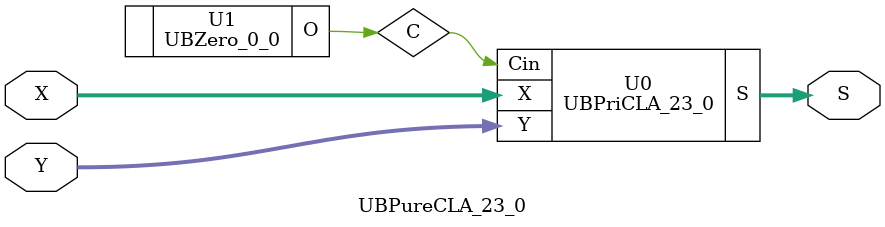
<source format=v>
/*----------------------------------------------------------------------------
  Copyright (c) 2021 Homma laboratory. All rights reserved.

  Top module: UBCLA_23_0_23_0

  Operand-1 length: 24
  Operand-2 length: 24
  Two-operand addition algorithm: Carry look-ahead adder
----------------------------------------------------------------------------*/

module GPGenerator(Go, Po, A, B);
  output Go;
  output Po;
  input A;
  input B;
  assign Go = A & B;
  assign Po = A ^ B;
endmodule

module CLAUnit_24(C, G, P, Cin);
  output [24:1] C;
  input Cin;
  input [23:0] G;
  input [23:0] P;
  assign C[1] = G[0] | ( P[0] & Cin );
  assign C[2] = G[1] | ( P[1] & G[0] ) | ( P[1] & P[0] & Cin );
  assign C[3] = G[2] | ( P[2] & G[1] ) | ( P[2] & P[1] & G[0] ) | ( P[2] & P[1] & P[0] & Cin );
  assign C[4] = G[3] | ( P[3] & G[2] ) | ( P[3] & P[2] & G[1] ) | ( P[3] & P[2] & P[1] & G[0] ) | ( P[3] & P[2] & P[1] & P[0] & Cin );
  assign C[5] = G[4] | ( P[4] & G[3] ) | ( P[4] & P[3] & G[2] ) | ( P[4] & P[3] & P[2] & G[1] ) | ( P[4] & P[3] & P[2] & P[1] & G[0] ) | ( P[4] & P[3] & P[2] & P[1] & P[0] & Cin );
  assign C[6] = G[5] | ( P[5] & G[4] ) | ( P[5] & P[4] & G[3] ) | ( P[5] & P[4] & P[3] & G[2] ) | ( P[5] & P[4] & P[3] & P[2] & G[1] ) | ( P[5] & P[4] & P[3] & P[2] & P[1] & G[0] ) | ( P[5] & P[4] & P[3]
 & P[2] & P[1] & P[0] & Cin );
  assign C[7] = G[6] | ( P[6] & G[5] ) | ( P[6] & P[5] & G[4] ) | ( P[6] & P[5] & P[4] & G[3] ) | ( P[6] & P[5] & P[4] & P[3] & G[2] ) | ( P[6] & P[5] & P[4] & P[3] & P[2] & G[1] ) | ( P[6] & P[5] & P[4]
 & P[3] & P[2] & P[1] & G[0] ) | ( P[6] & P[5] & P[4] & P[3] & P[2] & P[1] & P[0] & Cin );
  assign C[8] = G[7] | ( P[7] & G[6] ) | ( P[7] & P[6] & G[5] ) | ( P[7] & P[6] & P[5] & G[4] ) | ( P[7] & P[6] & P[5] & P[4] & G[3] ) | ( P[7] & P[6] & P[5] & P[4] & P[3] & G[2] ) | ( P[7] & P[6] & P[5]
 & P[4] & P[3] & P[2] & G[1] ) | ( P[7] & P[6] & P[5] & P[4] & P[3] & P[2] & P[1] & G[0] ) | ( P[7] & P[6] & P[5] & P[4] & P[3] & P[2] & P[1] & P[0] & Cin );
  assign C[9] = G[8] | ( P[8] & G[7] ) | ( P[8] & P[7] & G[6] ) | ( P[8] & P[7] & P[6] & G[5] ) | ( P[8] & P[7] & P[6] & P[5] & G[4] ) | ( P[8] & P[7] & P[6] & P[5] & P[4] & G[3] ) | ( P[8] & P[7] & P[6]
 & P[5] & P[4] & P[3] & G[2] ) | ( P[8] & P[7] & P[6] & P[5] & P[4] & P[3] & P[2] & G[1] ) | ( P[8] & P[7] & P[6] & P[5] & P[4] & P[3] & P[2] & P[1] & G[0] ) | ( P[8] & P[7] & P[6] & P[5] & P[4] & P[3]
 & P[2] & P[1] & P[0] & Cin );
  assign C[10] = G[9] | ( P[9] & G[8] ) | ( P[9] & P[8] & G[7] ) | ( P[9] & P[8] & P[7] & G[6] ) | ( P[9] & P[8] & P[7] & P[6] & G[5] ) | ( P[9] & P[8] & P[7] & P[6] & P[5] & G[4] ) | ( P[9] & P[8] & P[7]
 & P[6] & P[5] & P[4] & G[3] ) | ( P[9] & P[8] & P[7] & P[6] & P[5] & P[4] & P[3] & G[2] ) | ( P[9] & P[8] & P[7] & P[6] & P[5] & P[4] & P[3] & P[2] & G[1] ) | ( P[9] & P[8] & P[7] & P[6] & P[5] & P[4]
 & P[3] & P[2] & P[1] & G[0] ) | ( P[9] & P[8] & P[7] & P[6] & P[5] & P[4] & P[3] & P[2] & P[1] & P[0] & Cin );
  assign C[11] = G[10] | ( P[10] & G[9] ) | ( P[10] & P[9] & G[8] ) | ( P[10] & P[9] & P[8] & G[7] ) | ( P[10] & P[9] & P[8] & P[7] & G[6] ) | ( P[10] & P[9] & P[8] & P[7] & P[6] & G[5] ) | ( P[10] & P[9]
 & P[8] & P[7] & P[6] & P[5] & G[4] ) | ( P[10] & P[9] & P[8] & P[7] & P[6] & P[5] & P[4] & G[3] ) | ( P[10] & P[9] & P[8] & P[7] & P[6] & P[5] & P[4] & P[3] & G[2] ) | ( P[10] & P[9] & P[8] & P[7] & P[6]
 & P[5] & P[4] & P[3] & P[2] & G[1] ) | ( P[10] & P[9] & P[8] & P[7] & P[6] & P[5] & P[4] & P[3] & P[2] & P[1] & G[0] ) | ( P[10] & P[9] & P[8] & P[7] & P[6] & P[5] & P[4] & P[3] & P[2] & P[1] & P[0] &
 Cin );
  assign C[12] = G[11] | ( P[11] & G[10] ) | ( P[11] & P[10] & G[9] ) | ( P[11] & P[10] & P[9] & G[8] ) | ( P[11] & P[10] & P[9] & P[8] & G[7] ) | ( P[11] & P[10] & P[9] & P[8] & P[7] & G[6] ) | ( P[11]
 & P[10] & P[9] & P[8] & P[7] & P[6] & G[5] ) | ( P[11] & P[10] & P[9] & P[8] & P[7] & P[6] & P[5] & G[4] ) | ( P[11] & P[10] & P[9] & P[8] & P[7] & P[6] & P[5] & P[4] & G[3] ) | ( P[11] & P[10] & P[9]
 & P[8] & P[7] & P[6] & P[5] & P[4] & P[3] & G[2] ) | ( P[11] & P[10] & P[9] & P[8] & P[7] & P[6] & P[5] & P[4] & P[3] & P[2] & G[1] ) | ( P[11] & P[10] & P[9] & P[8] & P[7] & P[6] & P[5] & P[4] & P[3]
 & P[2] & P[1] & G[0] ) | ( P[11] & P[10] & P[9] & P[8] & P[7] & P[6] & P[5] & P[4] & P[3] & P[2] & P[1] & P[0] & Cin );
  assign C[13] = G[12] | ( P[12] & G[11] ) | ( P[12] & P[11] & G[10] ) | ( P[12] & P[11] & P[10] & G[9] ) | ( P[12] & P[11] & P[10] & P[9] & G[8] ) | ( P[12] & P[11] & P[10] & P[9] & P[8] & G[7] ) | ( P[12]
 & P[11] & P[10] & P[9] & P[8] & P[7] & G[6] ) | ( P[12] & P[11] & P[10] & P[9] & P[8] & P[7] & P[6] & G[5] ) | ( P[12] & P[11] & P[10] & P[9] & P[8] & P[7] & P[6] & P[5] & G[4] ) | ( P[12] & P[11] & P[10]
 & P[9] & P[8] & P[7] & P[6] & P[5] & P[4] & G[3] ) | ( P[12] & P[11] & P[10] & P[9] & P[8] & P[7] & P[6] & P[5] & P[4] & P[3] & G[2] ) | ( P[12] & P[11] & P[10] & P[9] & P[8] & P[7] & P[6] & P[5] & P[4]
 & P[3] & P[2] & G[1] ) | ( P[12] & P[11] & P[10] & P[9] & P[8] & P[7] & P[6] & P[5] & P[4] & P[3] & P[2] & P[1] & G[0] ) | ( P[12] & P[11] & P[10] & P[9] & P[8] & P[7] & P[6] & P[5] & P[4] & P[3] & P[2]
 & P[1] & P[0] & Cin );
  assign C[14] = G[13] | ( P[13] & G[12] ) | ( P[13] & P[12] & G[11] ) | ( P[13] & P[12] & P[11] & G[10] ) | ( P[13] & P[12] & P[11] & P[10] & G[9] ) | ( P[13] & P[12] & P[11] & P[10] & P[9] & G[8] ) |
 ( P[13] & P[12] & P[11] & P[10] & P[9] & P[8] & G[7] ) | ( P[13] & P[12] & P[11] & P[10] & P[9] & P[8] & P[7] & G[6] ) | ( P[13] & P[12] & P[11] & P[10] & P[9] & P[8] & P[7] & P[6] & G[5] ) | ( P[13] &
 P[12] & P[11] & P[10] & P[9] & P[8] & P[7] & P[6] & P[5] & G[4] ) | ( P[13] & P[12] & P[11] & P[10] & P[9] & P[8] & P[7] & P[6] & P[5] & P[4] & G[3] ) | ( P[13] & P[12] & P[11] & P[10] & P[9] & P[8] &
 P[7] & P[6] & P[5] & P[4] & P[3] & G[2] ) | ( P[13] & P[12] & P[11] & P[10] & P[9] & P[8] & P[7] & P[6] & P[5] & P[4] & P[3] & P[2] & G[1] ) | ( P[13] & P[12] & P[11] & P[10] & P[9] & P[8] & P[7] & P[6]
 & P[5] & P[4] & P[3] & P[2] & P[1] & G[0] ) | ( P[13] & P[12] & P[11] & P[10] & P[9] & P[8] & P[7] & P[6] & P[5] & P[4] & P[3] & P[2] & P[1] & P[0] & Cin );
  assign C[15] = G[14] | ( P[14] & G[13] ) | ( P[14] & P[13] & G[12] ) | ( P[14] & P[13] & P[12] & G[11] ) | ( P[14] & P[13] & P[12] & P[11] & G[10] ) | ( P[14] & P[13] & P[12] & P[11] & P[10] & G[9] )
 | ( P[14] & P[13] & P[12] & P[11] & P[10] & P[9] & G[8] ) | ( P[14] & P[13] & P[12] & P[11] & P[10] & P[9] & P[8] & G[7] ) | ( P[14] & P[13] & P[12] & P[11] & P[10] & P[9] & P[8] & P[7] & G[6] ) | ( P[14]
 & P[13] & P[12] & P[11] & P[10] & P[9] & P[8] & P[7] & P[6] & G[5] ) | ( P[14] & P[13] & P[12] & P[11] & P[10] & P[9] & P[8] & P[7] & P[6] & P[5] & G[4] ) | ( P[14] & P[13] & P[12] & P[11] & P[10] & P[9]
 & P[8] & P[7] & P[6] & P[5] & P[4] & G[3] ) | ( P[14] & P[13] & P[12] & P[11] & P[10] & P[9] & P[8] & P[7] & P[6] & P[5] & P[4] & P[3] & G[2] ) | ( P[14] & P[13] & P[12] & P[11] & P[10] & P[9] & P[8] &
 P[7] & P[6] & P[5] & P[4] & P[3] & P[2] & G[1] ) | ( P[14] & P[13] & P[12] & P[11] & P[10] & P[9] & P[8] & P[7] & P[6] & P[5] & P[4] & P[3] & P[2] & P[1] & G[0] ) | ( P[14] & P[13] & P[12] & P[11] & P[10]
 & P[9] & P[8] & P[7] & P[6] & P[5] & P[4] & P[3] & P[2] & P[1] & P[0] & Cin );
  assign C[16] = G[15] | ( P[15] & G[14] ) | ( P[15] & P[14] & G[13] ) | ( P[15] & P[14] & P[13] & G[12] ) | ( P[15] & P[14] & P[13] & P[12] & G[11] ) | ( P[15] & P[14] & P[13] & P[12] & P[11] & G[10] )
 | ( P[15] & P[14] & P[13] & P[12] & P[11] & P[10] & G[9] ) | ( P[15] & P[14] & P[13] & P[12] & P[11] & P[10] & P[9] & G[8] ) | ( P[15] & P[14] & P[13] & P[12] & P[11] & P[10] & P[9] & P[8] & G[7] ) | (
 P[15] & P[14] & P[13] & P[12] & P[11] & P[10] & P[9] & P[8] & P[7] & G[6] ) | ( P[15] & P[14] & P[13] & P[12] & P[11] & P[10] & P[9] & P[8] & P[7] & P[6] & G[5] ) | ( P[15] & P[14] & P[13] & P[12] & P[11]
 & P[10] & P[9] & P[8] & P[7] & P[6] & P[5] & G[4] ) | ( P[15] & P[14] & P[13] & P[12] & P[11] & P[10] & P[9] & P[8] & P[7] & P[6] & P[5] & P[4] & G[3] ) | ( P[15] & P[14] & P[13] & P[12] & P[11] & P[10]
 & P[9] & P[8] & P[7] & P[6] & P[5] & P[4] & P[3] & G[2] ) | ( P[15] & P[14] & P[13] & P[12] & P[11] & P[10] & P[9] & P[8] & P[7] & P[6] & P[5] & P[4] & P[3] & P[2] & G[1] ) | ( P[15] & P[14] & P[13] &
 P[12] & P[11] & P[10] & P[9] & P[8] & P[7] & P[6] & P[5] & P[4] & P[3] & P[2] & P[1] & G[0] ) | ( P[15] & P[14] & P[13] & P[12] & P[11] & P[10] & P[9] & P[8] & P[7] & P[6] & P[5] & P[4] & P[3] & P[2] &
 P[1] & P[0] & Cin );
  assign C[17] = G[16] | ( P[16] & G[15] ) | ( P[16] & P[15] & G[14] ) | ( P[16] & P[15] & P[14] & G[13] ) | ( P[16] & P[15] & P[14] & P[13] & G[12] ) | ( P[16] & P[15] & P[14] & P[13] & P[12] & G[11] )
 | ( P[16] & P[15] & P[14] & P[13] & P[12] & P[11] & G[10] ) | ( P[16] & P[15] & P[14] & P[13] & P[12] & P[11] & P[10] & G[9] ) | ( P[16] & P[15] & P[14] & P[13] & P[12] & P[11] & P[10] & P[9] & G[8] )
 | ( P[16] & P[15] & P[14] & P[13] & P[12] & P[11] & P[10] & P[9] & P[8] & G[7] ) | ( P[16] & P[15] & P[14] & P[13] & P[12] & P[11] & P[10] & P[9] & P[8] & P[7] & G[6] ) | ( P[16] & P[15] & P[14] & P[13]
 & P[12] & P[11] & P[10] & P[9] & P[8] & P[7] & P[6] & G[5] ) | ( P[16] & P[15] & P[14] & P[13] & P[12] & P[11] & P[10] & P[9] & P[8] & P[7] & P[6] & P[5] & G[4] ) | ( P[16] & P[15] & P[14] & P[13] & P[12]
 & P[11] & P[10] & P[9] & P[8] & P[7] & P[6] & P[5] & P[4] & G[3] ) | ( P[16] & P[15] & P[14] & P[13] & P[12] & P[11] & P[10] & P[9] & P[8] & P[7] & P[6] & P[5] & P[4] & P[3] & G[2] ) | ( P[16] & P[15]
 & P[14] & P[13] & P[12] & P[11] & P[10] & P[9] & P[8] & P[7] & P[6] & P[5] & P[4] & P[3] & P[2] & G[1] ) | ( P[16] & P[15] & P[14] & P[13] & P[12] & P[11] & P[10] & P[9] & P[8] & P[7] & P[6] & P[5] & P[4]
 & P[3] & P[2] & P[1] & G[0] ) | ( P[16] & P[15] & P[14] & P[13] & P[12] & P[11] & P[10] & P[9] & P[8] & P[7] & P[6] & P[5] & P[4] & P[3] & P[2] & P[1] & P[0] & Cin );
  assign C[18] = G[17] | ( P[17] & G[16] ) | ( P[17] & P[16] & G[15] ) | ( P[17] & P[16] & P[15] & G[14] ) | ( P[17] & P[16] & P[15] & P[14] & G[13] ) | ( P[17] & P[16] & P[15] & P[14] & P[13] & G[12] )
 | ( P[17] & P[16] & P[15] & P[14] & P[13] & P[12] & G[11] ) | ( P[17] & P[16] & P[15] & P[14] & P[13] & P[12] & P[11] & G[10] ) | ( P[17] & P[16] & P[15] & P[14] & P[13] & P[12] & P[11] & P[10] & G[9]
 ) | ( P[17] & P[16] & P[15] & P[14] & P[13] & P[12] & P[11] & P[10] & P[9] & G[8] ) | ( P[17] & P[16] & P[15] & P[14] & P[13] & P[12] & P[11] & P[10] & P[9] & P[8] & G[7] ) | ( P[17] & P[16] & P[15] &
 P[14] & P[13] & P[12] & P[11] & P[10] & P[9] & P[8] & P[7] & G[6] ) | ( P[17] & P[16] & P[15] & P[14] & P[13] & P[12] & P[11] & P[10] & P[9] & P[8] & P[7] & P[6] & G[5] ) | ( P[17] & P[16] & P[15] & P[14]
 & P[13] & P[12] & P[11] & P[10] & P[9] & P[8] & P[7] & P[6] & P[5] & G[4] ) | ( P[17] & P[16] & P[15] & P[14] & P[13] & P[12] & P[11] & P[10] & P[9] & P[8] & P[7] & P[6] & P[5] & P[4] & G[3] ) | ( P[17]
 & P[16] & P[15] & P[14] & P[13] & P[12] & P[11] & P[10] & P[9] & P[8] & P[7] & P[6] & P[5] & P[4] & P[3] & G[2] ) | ( P[17] & P[16] & P[15] & P[14] & P[13] & P[12] & P[11] & P[10] & P[9] & P[8] & P[7]
 & P[6] & P[5] & P[4] & P[3] & P[2] & G[1] ) | ( P[17] & P[16] & P[15] & P[14] & P[13] & P[12] & P[11] & P[10] & P[9] & P[8] & P[7] & P[6] & P[5] & P[4] & P[3] & P[2] & P[1] & G[0] ) | ( P[17] & P[16] &
 P[15] & P[14] & P[13] & P[12] & P[11] & P[10] & P[9] & P[8] & P[7] & P[6] & P[5] & P[4] & P[3] & P[2] & P[1] & P[0] & Cin );
  assign C[19] = G[18] | ( P[18] & G[17] ) | ( P[18] & P[17] & G[16] ) | ( P[18] & P[17] & P[16] & G[15] ) | ( P[18] & P[17] & P[16] & P[15] & G[14] ) | ( P[18] & P[17] & P[16] & P[15] & P[14] & G[13] )
 | ( P[18] & P[17] & P[16] & P[15] & P[14] & P[13] & G[12] ) | ( P[18] & P[17] & P[16] & P[15] & P[14] & P[13] & P[12] & G[11] ) | ( P[18] & P[17] & P[16] & P[15] & P[14] & P[13] & P[12] & P[11] & G[10]
 ) | ( P[18] & P[17] & P[16] & P[15] & P[14] & P[13] & P[12] & P[11] & P[10] & G[9] ) | ( P[18] & P[17] & P[16] & P[15] & P[14] & P[13] & P[12] & P[11] & P[10] & P[9] & G[8] ) | ( P[18] & P[17] & P[16]
 & P[15] & P[14] & P[13] & P[12] & P[11] & P[10] & P[9] & P[8] & G[7] ) | ( P[18] & P[17] & P[16] & P[15] & P[14] & P[13] & P[12] & P[11] & P[10] & P[9] & P[8] & P[7] & G[6] ) | ( P[18] & P[17] & P[16]
 & P[15] & P[14] & P[13] & P[12] & P[11] & P[10] & P[9] & P[8] & P[7] & P[6] & G[5] ) | ( P[18] & P[17] & P[16] & P[15] & P[14] & P[13] & P[12] & P[11] & P[10] & P[9] & P[8] & P[7] & P[6] & P[5] & G[4]
 ) | ( P[18] & P[17] & P[16] & P[15] & P[14] & P[13] & P[12] & P[11] & P[10] & P[9] & P[8] & P[7] & P[6] & P[5] & P[4] & G[3] ) | ( P[18] & P[17] & P[16] & P[15] & P[14] & P[13] & P[12] & P[11] & P[10]
 & P[9] & P[8] & P[7] & P[6] & P[5] & P[4] & P[3] & G[2] ) | ( P[18] & P[17] & P[16] & P[15] & P[14] & P[13] & P[12] & P[11] & P[10] & P[9] & P[8] & P[7] & P[6] & P[5] & P[4] & P[3] & P[2] & G[1] ) | (
 P[18] & P[17] & P[16] & P[15] & P[14] & P[13] & P[12] & P[11] & P[10] & P[9] & P[8] & P[7] & P[6] & P[5] & P[4] & P[3] & P[2] & P[1] & G[0] ) | ( P[18] & P[17] & P[16] & P[15] & P[14] & P[13] & P[12] &
 P[11] & P[10] & P[9] & P[8] & P[7] & P[6] & P[5] & P[4] & P[3] & P[2] & P[1] & P[0] & Cin );
  assign C[20] = G[19] | ( P[19] & G[18] ) | ( P[19] & P[18] & G[17] ) | ( P[19] & P[18] & P[17] & G[16] ) | ( P[19] & P[18] & P[17] & P[16] & G[15] ) | ( P[19] & P[18] & P[17] & P[16] & P[15] & G[14] )
 | ( P[19] & P[18] & P[17] & P[16] & P[15] & P[14] & G[13] ) | ( P[19] & P[18] & P[17] & P[16] & P[15] & P[14] & P[13] & G[12] ) | ( P[19] & P[18] & P[17] & P[16] & P[15] & P[14] & P[13] & P[12] & G[11]
 ) | ( P[19] & P[18] & P[17] & P[16] & P[15] & P[14] & P[13] & P[12] & P[11] & G[10] ) | ( P[19] & P[18] & P[17] & P[16] & P[15] & P[14] & P[13] & P[12] & P[11] & P[10] & G[9] ) | ( P[19] & P[18] & P[17]
 & P[16] & P[15] & P[14] & P[13] & P[12] & P[11] & P[10] & P[9] & G[8] ) | ( P[19] & P[18] & P[17] & P[16] & P[15] & P[14] & P[13] & P[12] & P[11] & P[10] & P[9] & P[8] & G[7] ) | ( P[19] & P[18] & P[17]
 & P[16] & P[15] & P[14] & P[13] & P[12] & P[11] & P[10] & P[9] & P[8] & P[7] & G[6] ) | ( P[19] & P[18] & P[17] & P[16] & P[15] & P[14] & P[13] & P[12] & P[11] & P[10] & P[9] & P[8] & P[7] & P[6] & G[5]
 ) | ( P[19] & P[18] & P[17] & P[16] & P[15] & P[14] & P[13] & P[12] & P[11] & P[10] & P[9] & P[8] & P[7] & P[6] & P[5] & G[4] ) | ( P[19] & P[18] & P[17] & P[16] & P[15] & P[14] & P[13] & P[12] & P[11]
 & P[10] & P[9] & P[8] & P[7] & P[6] & P[5] & P[4] & G[3] ) | ( P[19] & P[18] & P[17] & P[16] & P[15] & P[14] & P[13] & P[12] & P[11] & P[10] & P[9] & P[8] & P[7] & P[6] & P[5] & P[4] & P[3] & G[2] ) |
 ( P[19] & P[18] & P[17] & P[16] & P[15] & P[14] & P[13] & P[12] & P[11] & P[10] & P[9] & P[8] & P[7] & P[6] & P[5] & P[4] & P[3] & P[2] & G[1] ) | ( P[19] & P[18] & P[17] & P[16] & P[15] & P[14] & P[13]
 & P[12] & P[11] & P[10] & P[9] & P[8] & P[7] & P[6] & P[5] & P[4] & P[3] & P[2] & P[1] & G[0] ) | ( P[19] & P[18] & P[17] & P[16] & P[15] & P[14] & P[13] & P[12] & P[11] & P[10] & P[9] & P[8] & P[7] &
 P[6] & P[5] & P[4] & P[3] & P[2] & P[1] & P[0] & Cin );
  assign C[21] = G[20] | ( P[20] & G[19] ) | ( P[20] & P[19] & G[18] ) | ( P[20] & P[19] & P[18] & G[17] ) | ( P[20] & P[19] & P[18] & P[17] & G[16] ) | ( P[20] & P[19] & P[18] & P[17] & P[16] & G[15] )
 | ( P[20] & P[19] & P[18] & P[17] & P[16] & P[15] & G[14] ) | ( P[20] & P[19] & P[18] & P[17] & P[16] & P[15] & P[14] & G[13] ) | ( P[20] & P[19] & P[18] & P[17] & P[16] & P[15] & P[14] & P[13] & G[12]
 ) | ( P[20] & P[19] & P[18] & P[17] & P[16] & P[15] & P[14] & P[13] & P[12] & G[11] ) | ( P[20] & P[19] & P[18] & P[17] & P[16] & P[15] & P[14] & P[13] & P[12] & P[11] & G[10] ) | ( P[20] & P[19] & P[18]
 & P[17] & P[16] & P[15] & P[14] & P[13] & P[12] & P[11] & P[10] & G[9] ) | ( P[20] & P[19] & P[18] & P[17] & P[16] & P[15] & P[14] & P[13] & P[12] & P[11] & P[10] & P[9] & G[8] ) | ( P[20] & P[19] & P[18]
 & P[17] & P[16] & P[15] & P[14] & P[13] & P[12] & P[11] & P[10] & P[9] & P[8] & G[7] ) | ( P[20] & P[19] & P[18] & P[17] & P[16] & P[15] & P[14] & P[13] & P[12] & P[11] & P[10] & P[9] & P[8] & P[7] & G[6]
 ) | ( P[20] & P[19] & P[18] & P[17] & P[16] & P[15] & P[14] & P[13] & P[12] & P[11] & P[10] & P[9] & P[8] & P[7] & P[6] & G[5] ) | ( P[20] & P[19] & P[18] & P[17] & P[16] & P[15] & P[14] & P[13] & P[12]
 & P[11] & P[10] & P[9] & P[8] & P[7] & P[6] & P[5] & G[4] ) | ( P[20] & P[19] & P[18] & P[17] & P[16] & P[15] & P[14] & P[13] & P[12] & P[11] & P[10] & P[9] & P[8] & P[7] & P[6] & P[5] & P[4] & G[3] )
 | ( P[20] & P[19] & P[18] & P[17] & P[16] & P[15] & P[14] & P[13] & P[12] & P[11] & P[10] & P[9] & P[8] & P[7] & P[6] & P[5] & P[4] & P[3] & G[2] ) | ( P[20] & P[19] & P[18] & P[17] & P[16] & P[15] & P[14]
 & P[13] & P[12] & P[11] & P[10] & P[9] & P[8] & P[7] & P[6] & P[5] & P[4] & P[3] & P[2] & G[1] ) | ( P[20] & P[19] & P[18] & P[17] & P[16] & P[15] & P[14] & P[13] & P[12] & P[11] & P[10] & P[9] & P[8]
 & P[7] & P[6] & P[5] & P[4] & P[3] & P[2] & P[1] & G[0] ) | ( P[20] & P[19] & P[18] & P[17] & P[16] & P[15] & P[14] & P[13] & P[12] & P[11] & P[10] & P[9] & P[8] & P[7] & P[6] & P[5] & P[4] & P[3] & P[2]
 & P[1] & P[0] & Cin );
  assign C[22] = G[21] | ( P[21] & G[20] ) | ( P[21] & P[20] & G[19] ) | ( P[21] & P[20] & P[19] & G[18] ) | ( P[21] & P[20] & P[19] & P[18] & G[17] ) | ( P[21] & P[20] & P[19] & P[18] & P[17] & G[16] )
 | ( P[21] & P[20] & P[19] & P[18] & P[17] & P[16] & G[15] ) | ( P[21] & P[20] & P[19] & P[18] & P[17] & P[16] & P[15] & G[14] ) | ( P[21] & P[20] & P[19] & P[18] & P[17] & P[16] & P[15] & P[14] & G[13]
 ) | ( P[21] & P[20] & P[19] & P[18] & P[17] & P[16] & P[15] & P[14] & P[13] & G[12] ) | ( P[21] & P[20] & P[19] & P[18] & P[17] & P[16] & P[15] & P[14] & P[13] & P[12] & G[11] ) | ( P[21] & P[20] & P[19]
 & P[18] & P[17] & P[16] & P[15] & P[14] & P[13] & P[12] & P[11] & G[10] ) | ( P[21] & P[20] & P[19] & P[18] & P[17] & P[16] & P[15] & P[14] & P[13] & P[12] & P[11] & P[10] & G[9] ) | ( P[21] & P[20] &
 P[19] & P[18] & P[17] & P[16] & P[15] & P[14] & P[13] & P[12] & P[11] & P[10] & P[9] & G[8] ) | ( P[21] & P[20] & P[19] & P[18] & P[17] & P[16] & P[15] & P[14] & P[13] & P[12] & P[11] & P[10] & P[9] &
 P[8] & G[7] ) | ( P[21] & P[20] & P[19] & P[18] & P[17] & P[16] & P[15] & P[14] & P[13] & P[12] & P[11] & P[10] & P[9] & P[8] & P[7] & G[6] ) | ( P[21] & P[20] & P[19] & P[18] & P[17] & P[16] & P[15] &
 P[14] & P[13] & P[12] & P[11] & P[10] & P[9] & P[8] & P[7] & P[6] & G[5] ) | ( P[21] & P[20] & P[19] & P[18] & P[17] & P[16] & P[15] & P[14] & P[13] & P[12] & P[11] & P[10] & P[9] & P[8] & P[7] & P[6]
 & P[5] & G[4] ) | ( P[21] & P[20] & P[19] & P[18] & P[17] & P[16] & P[15] & P[14] & P[13] & P[12] & P[11] & P[10] & P[9] & P[8] & P[7] & P[6] & P[5] & P[4] & G[3] ) | ( P[21] & P[20] & P[19] & P[18] &
 P[17] & P[16] & P[15] & P[14] & P[13] & P[12] & P[11] & P[10] & P[9] & P[8] & P[7] & P[6] & P[5] & P[4] & P[3] & G[2] ) | ( P[21] & P[20] & P[19] & P[18] & P[17] & P[16] & P[15] & P[14] & P[13] & P[12]
 & P[11] & P[10] & P[9] & P[8] & P[7] & P[6] & P[5] & P[4] & P[3] & P[2] & G[1] ) | ( P[21] & P[20] & P[19] & P[18] & P[17] & P[16] & P[15] & P[14] & P[13] & P[12] & P[11] & P[10] & P[9] & P[8] & P[7] &
 P[6] & P[5] & P[4] & P[3] & P[2] & P[1] & G[0] ) | ( P[21] & P[20] & P[19] & P[18] & P[17] & P[16] & P[15] & P[14] & P[13] & P[12] & P[11] & P[10] & P[9] & P[8] & P[7] & P[6] & P[5] & P[4] & P[3] & P[2]
 & P[1] & P[0] & Cin );
  assign C[23] = G[22] | ( P[22] & G[21] ) | ( P[22] & P[21] & G[20] ) | ( P[22] & P[21] & P[20] & G[19] ) | ( P[22] & P[21] & P[20] & P[19] & G[18] ) | ( P[22] & P[21] & P[20] & P[19] & P[18] & G[17] )
 | ( P[22] & P[21] & P[20] & P[19] & P[18] & P[17] & G[16] ) | ( P[22] & P[21] & P[20] & P[19] & P[18] & P[17] & P[16] & G[15] ) | ( P[22] & P[21] & P[20] & P[19] & P[18] & P[17] & P[16] & P[15] & G[14]
 ) | ( P[22] & P[21] & P[20] & P[19] & P[18] & P[17] & P[16] & P[15] & P[14] & G[13] ) | ( P[22] & P[21] & P[20] & P[19] & P[18] & P[17] & P[16] & P[15] & P[14] & P[13] & G[12] ) | ( P[22] & P[21] & P[20]
 & P[19] & P[18] & P[17] & P[16] & P[15] & P[14] & P[13] & P[12] & G[11] ) | ( P[22] & P[21] & P[20] & P[19] & P[18] & P[17] & P[16] & P[15] & P[14] & P[13] & P[12] & P[11] & G[10] ) | ( P[22] & P[21] &
 P[20] & P[19] & P[18] & P[17] & P[16] & P[15] & P[14] & P[13] & P[12] & P[11] & P[10] & G[9] ) | ( P[22] & P[21] & P[20] & P[19] & P[18] & P[17] & P[16] & P[15] & P[14] & P[13] & P[12] & P[11] & P[10]
 & P[9] & G[8] ) | ( P[22] & P[21] & P[20] & P[19] & P[18] & P[17] & P[16] & P[15] & P[14] & P[13] & P[12] & P[11] & P[10] & P[9] & P[8] & G[7] ) | ( P[22] & P[21] & P[20] & P[19] & P[18] & P[17] & P[16]
 & P[15] & P[14] & P[13] & P[12] & P[11] & P[10] & P[9] & P[8] & P[7] & G[6] ) | ( P[22] & P[21] & P[20] & P[19] & P[18] & P[17] & P[16] & P[15] & P[14] & P[13] & P[12] & P[11] & P[10] & P[9] & P[8] & P[7]
 & P[6] & G[5] ) | ( P[22] & P[21] & P[20] & P[19] & P[18] & P[17] & P[16] & P[15] & P[14] & P[13] & P[12] & P[11] & P[10] & P[9] & P[8] & P[7] & P[6] & P[5] & G[4] ) | ( P[22] & P[21] & P[20] & P[19] &
 P[18] & P[17] & P[16] & P[15] & P[14] & P[13] & P[12] & P[11] & P[10] & P[9] & P[8] & P[7] & P[6] & P[5] & P[4] & G[3] ) | ( P[22] & P[21] & P[20] & P[19] & P[18] & P[17] & P[16] & P[15] & P[14] & P[13]
 & P[12] & P[11] & P[10] & P[9] & P[8] & P[7] & P[6] & P[5] & P[4] & P[3] & G[2] ) | ( P[22] & P[21] & P[20] & P[19] & P[18] & P[17] & P[16] & P[15] & P[14] & P[13] & P[12] & P[11] & P[10] & P[9] & P[8]
 & P[7] & P[6] & P[5] & P[4] & P[3] & P[2] & G[1] ) | ( P[22] & P[21] & P[20] & P[19] & P[18] & P[17] & P[16] & P[15] & P[14] & P[13] & P[12] & P[11] & P[10] & P[9] & P[8] & P[7] & P[6] & P[5] & P[4] &
 P[3] & P[2] & P[1] & G[0] ) | ( P[22] & P[21] & P[20] & P[19] & P[18] & P[17] & P[16] & P[15] & P[14] & P[13] & P[12] & P[11] & P[10] & P[9] & P[8] & P[7] & P[6] & P[5] & P[4] & P[3] & P[2] & P[1] & P[0]
 & Cin );
  assign C[24] = G[23] | ( P[23] & G[22] ) | ( P[23] & P[22] & G[21] ) | ( P[23] & P[22] & P[21] & G[20] ) | ( P[23] & P[22] & P[21] & P[20] & G[19] ) | ( P[23] & P[22] & P[21] & P[20] & P[19] & G[18] )
 | ( P[23] & P[22] & P[21] & P[20] & P[19] & P[18] & G[17] ) | ( P[23] & P[22] & P[21] & P[20] & P[19] & P[18] & P[17] & G[16] ) | ( P[23] & P[22] & P[21] & P[20] & P[19] & P[18] & P[17] & P[16] & G[15]
 ) | ( P[23] & P[22] & P[21] & P[20] & P[19] & P[18] & P[17] & P[16] & P[15] & G[14] ) | ( P[23] & P[22] & P[21] & P[20] & P[19] & P[18] & P[17] & P[16] & P[15] & P[14] & G[13] ) | ( P[23] & P[22] & P[21]
 & P[20] & P[19] & P[18] & P[17] & P[16] & P[15] & P[14] & P[13] & G[12] ) | ( P[23] & P[22] & P[21] & P[20] & P[19] & P[18] & P[17] & P[16] & P[15] & P[14] & P[13] & P[12] & G[11] ) | ( P[23] & P[22] &
 P[21] & P[20] & P[19] & P[18] & P[17] & P[16] & P[15] & P[14] & P[13] & P[12] & P[11] & G[10] ) | ( P[23] & P[22] & P[21] & P[20] & P[19] & P[18] & P[17] & P[16] & P[15] & P[14] & P[13] & P[12] & P[11]
 & P[10] & G[9] ) | ( P[23] & P[22] & P[21] & P[20] & P[19] & P[18] & P[17] & P[16] & P[15] & P[14] & P[13] & P[12] & P[11] & P[10] & P[9] & G[8] ) | ( P[23] & P[22] & P[21] & P[20] & P[19] & P[18] & P[17]
 & P[16] & P[15] & P[14] & P[13] & P[12] & P[11] & P[10] & P[9] & P[8] & G[7] ) | ( P[23] & P[22] & P[21] & P[20] & P[19] & P[18] & P[17] & P[16] & P[15] & P[14] & P[13] & P[12] & P[11] & P[10] & P[9] &
 P[8] & P[7] & G[6] ) | ( P[23] & P[22] & P[21] & P[20] & P[19] & P[18] & P[17] & P[16] & P[15] & P[14] & P[13] & P[12] & P[11] & P[10] & P[9] & P[8] & P[7] & P[6] & G[5] ) | ( P[23] & P[22] & P[21] & P[20]
 & P[19] & P[18] & P[17] & P[16] & P[15] & P[14] & P[13] & P[12] & P[11] & P[10] & P[9] & P[8] & P[7] & P[6] & P[5] & G[4] ) | ( P[23] & P[22] & P[21] & P[20] & P[19] & P[18] & P[17] & P[16] & P[15] & P[14]
 & P[13] & P[12] & P[11] & P[10] & P[9] & P[8] & P[7] & P[6] & P[5] & P[4] & G[3] ) | ( P[23] & P[22] & P[21] & P[20] & P[19] & P[18] & P[17] & P[16] & P[15] & P[14] & P[13] & P[12] & P[11] & P[10] & P[9]
 & P[8] & P[7] & P[6] & P[5] & P[4] & P[3] & G[2] ) | ( P[23] & P[22] & P[21] & P[20] & P[19] & P[18] & P[17] & P[16] & P[15] & P[14] & P[13] & P[12] & P[11] & P[10] & P[9] & P[8] & P[7] & P[6] & P[5] &
 P[4] & P[3] & P[2] & G[1] ) | ( P[23] & P[22] & P[21] & P[20] & P[19] & P[18] & P[17] & P[16] & P[15] & P[14] & P[13] & P[12] & P[11] & P[10] & P[9] & P[8] & P[7] & P[6] & P[5] & P[4] & P[3] & P[2] & P[1]
 & G[0] ) | ( P[23] & P[22] & P[21] & P[20] & P[19] & P[18] & P[17] & P[16] & P[15] & P[14] & P[13] & P[12] & P[11] & P[10] & P[9] & P[8] & P[7] & P[6] & P[5] & P[4] & P[3] & P[2] & P[1] & P[0] & Cin );
endmodule

module UBPriCLA_23_0(S, X, Y, Cin);
  output [24:0] S;
  input Cin;
  input [23:0] X;
  input [23:0] Y;
  wire [24:1] C;
  wire [23:0] G;
  wire [23:0] P;
  assign S[0] = Cin ^ P[0];
  assign S[1] = C[1] ^ P[1];
  assign S[2] = C[2] ^ P[2];
  assign S[3] = C[3] ^ P[3];
  assign S[4] = C[4] ^ P[4];
  assign S[5] = C[5] ^ P[5];
  assign S[6] = C[6] ^ P[6];
  assign S[7] = C[7] ^ P[7];
  assign S[8] = C[8] ^ P[8];
  assign S[9] = C[9] ^ P[9];
  assign S[10] = C[10] ^ P[10];
  assign S[11] = C[11] ^ P[11];
  assign S[12] = C[12] ^ P[12];
  assign S[13] = C[13] ^ P[13];
  assign S[14] = C[14] ^ P[14];
  assign S[15] = C[15] ^ P[15];
  assign S[16] = C[16] ^ P[16];
  assign S[17] = C[17] ^ P[17];
  assign S[18] = C[18] ^ P[18];
  assign S[19] = C[19] ^ P[19];
  assign S[20] = C[20] ^ P[20];
  assign S[21] = C[21] ^ P[21];
  assign S[22] = C[22] ^ P[22];
  assign S[23] = C[23] ^ P[23];
  assign S[24] = C[24];
  GPGenerator U0 (G[0], P[0], X[0], Y[0]);
  GPGenerator U1 (G[1], P[1], X[1], Y[1]);
  GPGenerator U2 (G[2], P[2], X[2], Y[2]);
  GPGenerator U3 (G[3], P[3], X[3], Y[3]);
  GPGenerator U4 (G[4], P[4], X[4], Y[4]);
  GPGenerator U5 (G[5], P[5], X[5], Y[5]);
  GPGenerator U6 (G[6], P[6], X[6], Y[6]);
  GPGenerator U7 (G[7], P[7], X[7], Y[7]);
  GPGenerator U8 (G[8], P[8], X[8], Y[8]);
  GPGenerator U9 (G[9], P[9], X[9], Y[9]);
  GPGenerator U10 (G[10], P[10], X[10], Y[10]);
  GPGenerator U11 (G[11], P[11], X[11], Y[11]);
  GPGenerator U12 (G[12], P[12], X[12], Y[12]);
  GPGenerator U13 (G[13], P[13], X[13], Y[13]);
  GPGenerator U14 (G[14], P[14], X[14], Y[14]);
  GPGenerator U15 (G[15], P[15], X[15], Y[15]);
  GPGenerator U16 (G[16], P[16], X[16], Y[16]);
  GPGenerator U17 (G[17], P[17], X[17], Y[17]);
  GPGenerator U18 (G[18], P[18], X[18], Y[18]);
  GPGenerator U19 (G[19], P[19], X[19], Y[19]);
  GPGenerator U20 (G[20], P[20], X[20], Y[20]);
  GPGenerator U21 (G[21], P[21], X[21], Y[21]);
  GPGenerator U22 (G[22], P[22], X[22], Y[22]);
  GPGenerator U23 (G[23], P[23], X[23], Y[23]);
  CLAUnit_24 U24 (C, G, P, Cin);
endmodule

module UBZero_0_0(O);
  output [0:0] O;
  assign O[0] = 0;
endmodule

module UBCLA_23_0_23_0 (S, X, Y);
  output [24:0] S;
  input [23:0] X;
  input [23:0] Y;
  UBPureCLA_23_0 U0 (S[24:0], X[23:0], Y[23:0]);
endmodule

module UBPureCLA_23_0 (S, X, Y);
  output [24:0] S;
  input [23:0] X;
  input [23:0] Y;
  wire C;
  UBPriCLA_23_0 U0 (S, X, Y, C);
  UBZero_0_0 U1 (C);
endmodule


</source>
